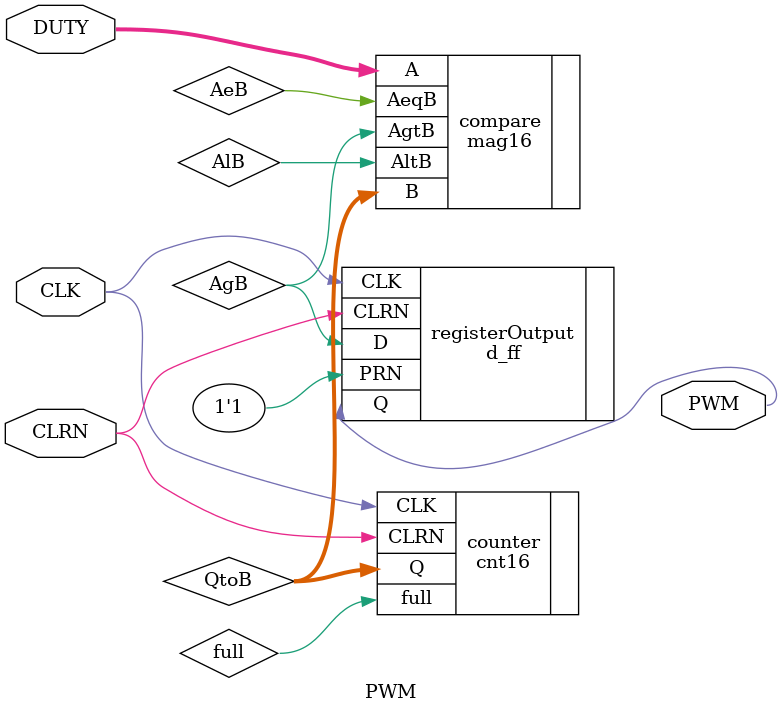
<source format=sv>
module PWM (
  input CLK,			// system clock
  input CLRN,			// asynch active low reset
  input [15:0] DUTY,	// the desired duty cycle of the PWM
  output PWM			// PWM signal
);

  //////////////////////////////////////////
  // Declare any needed internal signals //
  ////////////////////////////////////////
  logic [15:0] QtoB;
  logic full;
  logic AgB, AeB, AlB;
  

  
  //////////////////////////
  // Instantiate counter //
  ////////////////////////
  cnt16 counter(.CLK(CLK),.CLRN(CLRN),.Q(QtoB),.full(full));
  
  //////////////////////////////////////////////
  // Instantiate 16-bit magnitude comparator //
  ////////////////////////////////////////////
  mag16 compare(.A(DUTY),.B(QtoB),.AgtB(AgB),.AeqB(AeB),.AltB(AlB));
  
  //////////////////////////////////////////
  // Instantiate d_ff to register output //
  ////////////////////////////////////////
  d_ff registerOutput(.CLK(CLK),.D(AgB),.CLRN(CLRN),.PRN(1'b1),.Q(PWM));

  
endmodule
  
</source>
